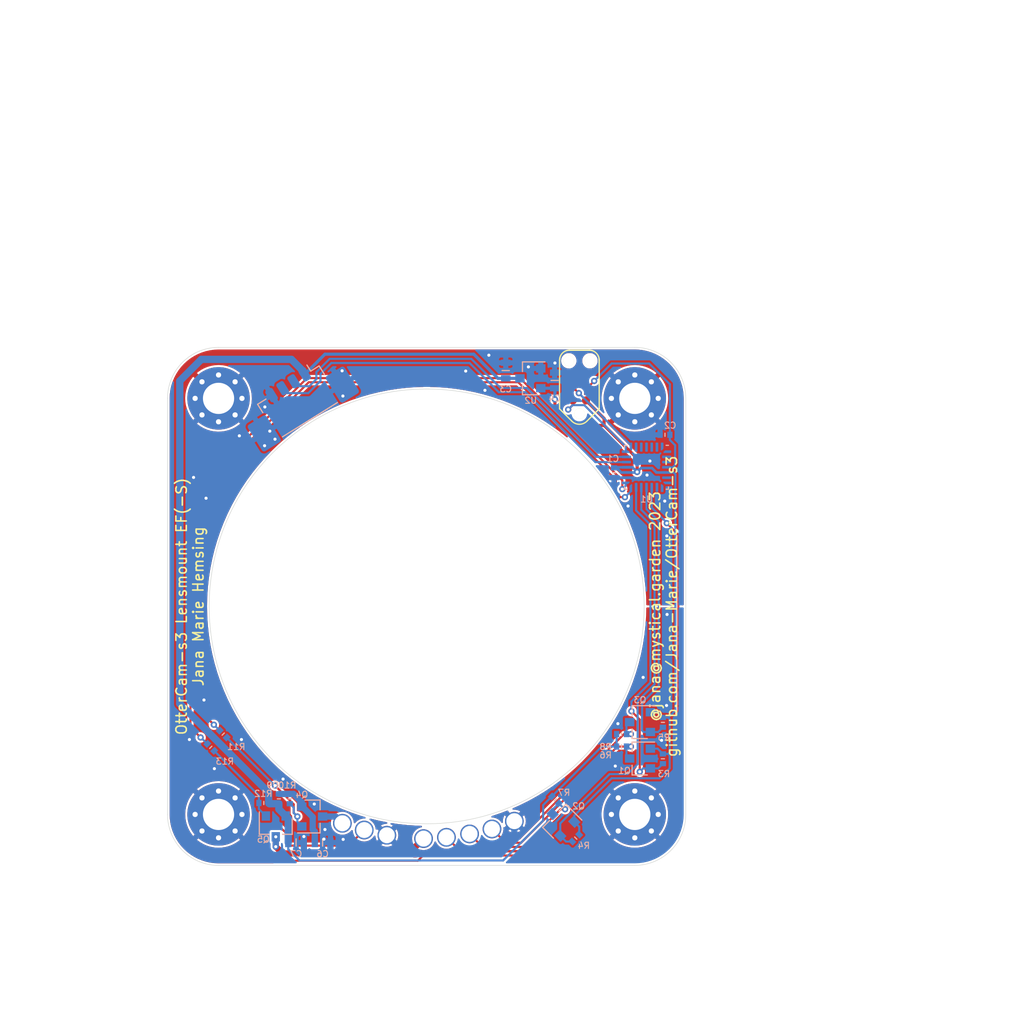
<source format=kicad_pcb>
(kicad_pcb (version 20211014) (generator pcbnew)
  (layers (0 "F.Cu" signal) (31 "B.Cu" signal) (34 "B.Paste" user) (35 "F.Paste" user) (36 "B.SilkS" user "B.Silkscreen") (37 "F.SilkS" user "F.Silkscreen") (38 "B.Mask" user) (39 "F.Mask" user) (44 "Edge.Cuts" user))
  (net 0 "")
  (net 1 "+BATT")
  (net 2 "GND")
  (net 3 "+3V3")
  (net 4 "NRST")
  (net 5 "VBUS")
  (net 6 "DOUT_5V")
  (net 7 "DIN_5V")
  (net 8 "DCLK_5V")
  (net 9 "Net-(P1-Pad6)")
  (net 10 "SWCLK")
  (net 11 "SWDIO")
  (net 12 "DIN_3V3")
  (net 13 "DOUT_3V3")
  (net 14 "DCLK_3V3")
  (net 15 "Net-(J1-Pad1)")
  (net 16 "DETECT")
  (net 17 "Net-(J4-Pad1)")
  (net 18 "Net-(Q4-Pad1)")
  (net 19 "Net-(Q5-Pad1)")
  (net 20 "EN_VBAT")
  (net 21 "EN_VBUS")
  (net 22 "Net-(U1-Pad28)")
  (net 23 "Net-(U1-Pad27)")
  (net 24 "Net-(U1-Pad26)")
  (net 25 "Net-(U1-Pad25)")
  (net 26 "Net-(U1-Pad24)")
  (net 27 "Net-(U1-Pad23)")
  (net 28 "Net-(U1-Pad7)")
  (net 29 "Net-(U1-Pad6)")
  (net 30 "Net-(U1-Pad3)")
  (net 31 "Net-(U1-Pad2)")
  (net 32 "Net-(U1-Pad1)")
  (net 33 "SCK")
  (net 34 "SDA")
  (net 35 "Net-(U1-Pad9)")
  (net 36 "Net-(U1-Pad8)")
  (footprint "otter:canon_lens" (layer "F.Cu") (at 100 100)
    (fp_text reference "G***" hide)
    (fp_text value "LOGO" hide)
  )
  (footprint "otter:PH-MVF-5365" (layer "F.Cu") (at 91.9 120.85)
    (fp_text reference "J1" hide)
    (fp_text value "VBAT" hide)
  )
  (footprint "otter:PH-MVF-5365" (layer "F.Cu") (at 94 121.5)
    (fp_text reference "J2" hide)
    (fp_text value "DETECT" hide)
  )
  (footprint "otter:PH-MVF-5365" (layer "F.Cu") (at 108.425 120.65)
    (fp_text reference "J8" hide)
    (fp_text value "DGND" hide)
  )
  (footprint "otter:PH-MVF-5365" (layer "F.Cu") (at 96.175 122)
    (fp_text reference "J3" hide)
    (fp_text value "AGND" hide)
  )
  (footprint "otter:PH-MVF-5365" (layer "F.Cu") (at 106.275 121.4)
    (fp_text reference "J7" hide)
    (fp_text value "DCLK" hide)
  )
  (footprint "otter:PH-MVF-5365" (layer "F.Cu") (at 99.7 122.325)
    (fp_text reference "J4" hide)
    (fp_text value "VDD" hide)
  )
  (footprint "otter:PH-MVF-5365" (layer "F.Cu") (at 104.125 121.875)
    (fp_text reference "J6" hide)
    (fp_text value "DIN" hide)
  )
  (footprint "otter:PH-MVF-5365" (layer "F.Cu") (at 101.9 122.2)
    (fp_text reference "J5" hide)
    (fp_text value "DOUT" hide)
  )
  (footprint "otter:TC2030" (layer "F.Cu") (at 114.675 78.925 90)
    (fp_text reference "P1" hide)
    (fp_text value "TC2030-CTX-Tag-Connect" hide)
  )
  (footprint "MountingHole:MountingHole_3mm_Pad_Via" (layer "F.Cu") (at 80 80)
    (fp_text reference "H1" hide)
    (fp_text value "M3")
  )
  (footprint "MountingHole:MountingHole_3mm_Pad_Via" (layer "F.Cu") (at 80 120)
    (fp_text reference "H2" hide)
    (fp_text value "M3")
  )
  (footprint "MountingHole:MountingHole_3mm_Pad_Via" (layer "F.Cu") (at 120 80)
    (fp_text reference "H3" hide)
    (fp_text value "M3")
  )
  (footprint "MountingHole:MountingHole_3mm_Pad_Via" (layer "F.Cu") (at 120 120)
    (fp_text reference "H4" hide)
    (fp_text value "M3")
  )
  (footprint "otter:C_0402" (layer "B.Cu") (at 118 87.15 -90)
    (fp_text reference "C1")
    (fp_text value "100n" hide)
  )
  (footprint "otter:C_0402" (layer "B.Cu") (at 122.9 83.5 180)
    (fp_text reference "C2")
    (fp_text value "100n" hide)
  )
  (footprint "otter:C_0603" (layer "B.Cu") (at 107.6 77.325 90)
    (fp_text reference "C3")
    (fp_text value "1u" hide)
  )
  (footprint "otter:C_0603" (layer "B.Cu") (at 112.299353 78.275 90)
    (fp_text reference "C4")
    (fp_text value "1u" hide)
  )
  (footprint "otter:C_0603" (layer "B.Cu") (at 90 122.7)
    (fp_text reference "C6")
    (fp_text value "1u" hide)
  )
  (footprint "otter:C_0603" (layer "B.Cu") (at 87.45 122.7)
    (fp_text reference "C7")
    (fp_text value "1u" hide)
  )
  (footprint "Package_TO_SOT_SMD:SOT-23" (layer "B.Cu") (at 120.5 114.625 180)
    (fp_text reference "Q1")
    (fp_text value "2N7002")
  )
  (footprint "Package_TO_SOT_SMD:SOT-23" (layer "B.Cu") (at 120.5 111.125 180)
    (fp_text reference "Q3")
    (fp_text value "2N7002")
  )
  (footprint "otter:R_0402" (layer "B.Cu") (at 122.7 114.65 -90)
    (fp_text reference "R3")
    (fp_text value "5k1" hide)
  )
  (footprint "otter:R_0402" (layer "B.Cu") (at 122.7 111.15 -90)
    (fp_text reference "R5")
    (fp_text value "5k1" hide)
  )
  (footprint "otter:R_0402" (layer "B.Cu") (at 118.725 113.475)
    (fp_text reference "R6")
    (fp_text value "5k1" hide)
  )
  (footprint "otter:R_0402" (layer "B.Cu") (at 118.725 112.275)
    (fp_text reference "R8")
    (fp_text value "5k1" hide)
  )
  (footprint "otter:R_0402" (layer "B.Cu") (at 85.8 118.5 -90)
    (fp_text reference "R9")
    (fp_text value "0" hide)
  )
  (footprint "Package_TO_SOT_SMD:SOT-23" (layer "B.Cu") (at 109.965901 78.071967 180)
    (fp_text reference "U2")
    (fp_text value "XC6206PxxxMR")
  )
  (footprint "Package_TO_SOT_SMD:SOT-23" (layer "B.Cu") (at 112.802297 120.671231 135)
    (fp_text reference "Q2")
    (fp_text value "2N7002")
  )
  (footprint "otter:R_0402" (layer "B.Cu") (at 112.360355 118.602944 -45)
    (fp_text reference "R7")
    (fp_text value "5k1" hide)
  )
  (footprint "Package_TO_SOT_SMD:SOT-23" (layer "B.Cu") (at 89 120.2)
    (fp_text reference "Q4")
    (fp_text value "AO3401A")
  )
  (footprint "Package_TO_SOT_SMD:SOT-23" (layer "B.Cu") (at 85.5 121.15 -90)
    (fp_text reference "Q5")
    (fp_text value "AO3401A")
  )
  (footprint "otter:R_0402" (layer "B.Cu") (at 86.85 118.5 -90)
    (fp_text reference "R10")
    (fp_text value "100k" hide)
  )
  (footprint "otter:R_0402" (layer "B.Cu") (at 80.45 112.275 135)
    (fp_text reference "R11")
    (fp_text value "5k1" hide)
  )
  (footprint "otter:R_0402" (layer "B.Cu") (at 84.35 118.9 180)
    (fp_text reference "R12")
    (fp_text value "100k" hide)
  )
  (footprint "otter:R_0402" (layer "B.Cu") (at 79.25 113.55 135)
    (fp_text reference "R13")
    (fp_text value "5k1" hide)
  )
  (footprint "Connector_Molex:Molex_PicoBlade_53398-0471_1x04-1MP_P1.25mm_Vertical" (layer "B.Cu") (at 87.35 79.75 -148)
    (fp_text reference "J10" hide)
    (fp_text value "Picoblade DNP")
  )
  (footprint "Package_DFN_QFN:QFN-28_4x4mm_P0.5mm" (layer "B.Cu") (at 121.125 86.625 180)
    (fp_text reference "U1")
    (fp_text value "STM32F042G6Ux")
  )
  (footprint "otter:R_0402" (layer "B.Cu") (at 114.325 122.275 -135)
    (fp_text reference "R4")
    (fp_text value "5k1" hide)
  )
  (gr_arc (start 75.1 80) (mid 76.535177 76.535177) (end 80 75.1) (layer "Edge.Cuts") (width 0.05))
  (gr_line (start 124.9 80) (end 124.9 120) (layer "Edge.Cuts") (width 0.05))
  (gr_line (start 120 124.9) (end 80 124.9) (layer "Edge.Cuts") (width 0.05))
  (gr_arc (start 124.9 120) (mid 123.464823 123.464823) (end 120 124.9) (layer "Edge.Cuts") (width 0.05))
  (gr_arc (start 80.000001 124.900001) (mid 76.535177 123.464824) (end 75.1 120) (layer "Edge.Cuts") (width 0.05))
  (gr_line (start 80 75.1) (end 120 75.1) (layer "Edge.Cuts") (width 0.05))
  (gr_circle (center 100 100) (end 120.9 100) (layer "Edge.Cuts") (width 0.05) (fill none))
  (gr_arc (start 120 75.1) (mid 123.464823 76.535177) (end 124.9 80) (layer "Edge.Cuts") (width 0.05))
  (gr_line (start 75.1 80) (end 75.1 120) (layer "Edge.Cuts") (width 0.05))
  (gr_text "@jana@mystical.garden 2023\ngithub.com/Jana-Marie/OtterCam-s3" (at 122.75 100 90) (layer "F.SilkS") (effects (font (size 1 1))))
  (gr_text "OtterCam-s3 Lensmount EF(-S)\nJana Marie Hemsing\n" (at 77.25 100 90) (layer "F.SilkS") (effects (font (size 1 1))))
  (segment (start 89.049999 121.449999) (end 89.05 120.25) (width 0.6) (layer "B.Cu") (net 1))
  (segment (start 87.205 118.03) (end 88 118.825) (width 0.6) (layer "B.Cu") (net 1))
  (segment (start 85.8 118.03) (end 86.85 118.03) (width 0.6) (layer "B.Cu") (net 1))
  (segment (start 89.05 120.25) (end 88.05 119.25) (width 0.6) (layer "B.Cu") (net 1))
  (segment (start 89.25 121.65) (end 89.049999 121.449999) (width 0.6) (layer "B.Cu") (net 1))
  (segment (start 86.85 118.03) (end 87.205 118.03) (width 0.6) (layer "B.Cu") (net 1))
  (segment (start 88.05 119.25) (end 88 119.25) (width 0.6) (layer "B.Cu") (net 1))
  (segment (start 89.25 122.7) (end 89.25 121.65) (width 0.6) (layer "B.Cu") (net 1))
  (segment (start 88 118.825) (end 88 119.25) (width 0.6) (layer "B.Cu") (net 1))
  (via (at 119.35 90.35) (size 0.6) (drill 0.3) (layers "F.Cu" "B.Cu") (net 2))
  (via (at 82 83.6) (size 0.6) (drill 0.3) (layers "F.Cu" "B.Cu") (net 2))
  (via (at 121.45 86.025) (size 0.6) (drill 0.3) (layers "F.Cu" "B.Cu") (net 2))
  (via (at 78.6 109) (size 0.6) (drill 0.3) (layers "F.Cu" "B.Cu") (net 2))
  (via (at 122.575 112.875) (size 0.6) (drill 0.3) (layers "F.Cu" "B.Cu") (net 2))
  (via (at 121.175 87.375) (size 0.6) (drill 0.3) (layers "F.Cu" "B.Cu") (net 2))
  (via (at 109.775 76.975) (size 0.6) (drill 0.3) (layers "F.Cu" "B.Cu") (net 2))
  (via (at 86.2 116.6) (size 0.6) (drill 0.3) (layers "F.Cu" "B.Cu") (net 2))
  (via (at 118.375 111.275) (size 0.6) (drill 0.3) (layers "F.Cu" "B.Cu") (net 2))
  (via (at 91.975 122.4) (size 0.6) (drill 0.3) (layers "F.Cu" "B.Cu") (net 2))
  (via (at 120.8 106.825) (size 0.6) (drill 0.3) (layers "F.Cu" "B.Cu") (net 2))
  (via (at 105.6 79.225) (size 0.6) (drill 0.3) (layers "F.Cu" "B.Cu") (net 2))
  (via (at 90.125 122.375) (size 0.6) (drill 0.3) (layers "F.Cu" "B.Cu") (net 2))
  (via (at 85.425 83.925) (size 0.6) (drill 0.3) (layers "F.Cu" "B.Cu") (net 2))
  (via (at 84.425 84.55) (size 0.6) (drill 0.3) (layers "F.Cu" "B.Cu") (net 2))
  (via (at 79.6 115.6) (size 0.6) (drill 0.3) (layers "F.Cu" "B.Cu") (net 2))
  (via (at 84.45 80.825) (size 0.6) (drill 0.3) (layers "F.Cu" "B.Cu") (net 2))
  (via (at 123.05 109.525) (size 0.6) (drill 0.3) (layers "F.Cu" "B.Cu") (net 2))
  (via (at 122.875 89.875) (size 0.6) (drill 0.3) (layers "F.Cu" "B.Cu") (net 2))
  (via (at 91.875 77.35) (size 0.6) (drill 0.3) (layers "F.Cu" "B.Cu") (net 2))
  (via (at 77.2 112.8) (size 0.6) (drill 0.3) (layers "F.Cu" "B.Cu") (net 2))
  (via (at 112.325 76.6) (size 0.6) (drill 0.3) (layers "F.Cu" "B.Cu") (net 2))
  (via (at 88.2 122.125) (size 0.6) (drill 0.3) (layers "F.Cu" "B.Cu") (net 2))
  (via (at 78.8 89.6) (size 0.6) (drill 0.3) (layers "F.Cu" "B.Cu") (net 2))
  (via (at 77.6 87.6) (size 0.6) (drill 0.3) (layers "F.Cu" "B.Cu") (net 2))
  (via (at 84.925 83.15) (size 0.6) (drill 0.3) (layers "F.Cu" "B.Cu") (net 2))
  (via (at 103.75 77.375) (size 0.6) (drill 0.3) (layers "F.Cu" "B.Cu") (net 2))
  (via (at 82.2 112.8) (size 0.6) (drill 0.3) (layers "F.Cu" "B.Cu") (net 2))
  (via (at 90.225 121.45) (size 0.6) (drill 0.3) (layers "F.Cu" "B.Cu") (net 2))
  (via (at 123.1 100.775) (size 0.6) (drill 0.3) (layers "F.Cu" "B.Cu") (net 2))
  (via (at 105.975 75.85) (size 0.6) (drill 0.3) (layers "F.Cu" "B.Cu") (net 2))
  (via (at 123.075 93.225) (size 0.6) (drill 0.3) (layers "F.Cu" "B.Cu") (net 2))
  (via (at 91.95 79.775) (size 0.6) (drill 0.3) (layers "F.Cu" "B.Cu") (net 2))
  (via (at 89.2 119) (size 0.6) (drill 0.3) (layers "F.Cu" "B.Cu") (net 2))
  (via (at 118.125 115.35) (size 0.6) (drill 0.3) (layers "F.Cu" "B.Cu") (net 2))
  (segment (start 88.2 122.125) (end 88.2 122.7) (width 0.6) (layer "B.Cu") (net 2))
  (segment (start 119.775 87.775) (end 120.775 87.775) (width 0.2) (layer "B.Cu") (net 2))
  (segment (start 97.074999 122.899999) (end 96.175 122) (width 0.6) (layer "B.Cu") (net 2))
  (segment (start 90.75 122.7) (end 90.75 122.85) (width 0.6) (layer "B.Cu") (net 2))
  (segment (start 118 87.62) (end 118 88.739956) (width 0.2) (layer "B.Cu") (net 2))
  (segment (start 108.425 121.922792) (end 106.622791 123.725001) (width 0.6) (layer "B.Cu") (net 2))
  (segment (start 119.1875 87.625) (end 118.005 87.625) (width 0.2) (layer "B.Cu") (net 2))
  (segment (start 119.625 87.625) (end 119.775 87.775) (width 0.2) (layer "B.Cu") (net 2))
  (segment (start 119.1875 87.625) (end 119.625 87.625) (width 0.2) (layer "B.Cu") (net 2))
  (segment (start 90.75 123.75) (end 90.75 122.85) (width 0.6) (layer "B.Cu") (net 2))
  (segment (start 106.622791 123.725001) (end 97.900001 123.725001) (width 0.6) (layer "B.Cu") (net 2))
  (segment (start 118 88.739956) (end 118.37377 89.37377) (width 0.2) (layer "B.Cu") (net 2))
  (segment (start 118.005 87.625) (end 118 87.62) (width 0.2) (layer "B.Cu") (net 2))
  (segment (start 96.175 122) (end 94.425 123.75) (width 0.6) (layer "B.Cu") (net 2))
  (segment (start 97.900001 123.725001) (end 97.074999 122.899999) (width 0.6) (layer "B.Cu") (net 2))
  (segment (start 94.425 123.75) (end 90.75 123.75) (width 0.6) (layer "B.Cu") (net 2))
  (segment (start 120.775 87.775) (end 121.175 87.375) (width 0.2) (layer "B.Cu") (net 2))
  (segment (start 88.2 123.75) (end 88.2 122.125) (width 0.6) (layer "B.Cu") (net 2))
  (segment (start 108.425 120.65) (end 108.425 121.922792) (width 0.6) (layer "B.Cu") (net 2))
  (segment (start 90.75 123.75) (end 88.2 123.75) (width 0.6) (layer "B.Cu") (net 2))
  (segment (start 117.05 82.6) (end 117.05 81.935) (width 0.3) (layer "F.Cu") (net 3))
  (segment (start 117.05 81.935) (end 115.31 80.195) (width 0.3) (layer "F.Cu") (net 3))
  (segment (start 117.05 82.6) (end 114.2 82.6) (width 0.3) (layer "F.Cu") (net 3))
  (segment (start 114.2 82.6) (end 112.325 80.725) (width 0.3) (layer "F.Cu") (net 3))
  (segment (start 120.225 86.650725) (end 120.225 87.074989) (width 0.3) (layer "F.Cu") (net 3))
  (segment (start 120.225 85.775) (end 120.225 86.650725) (width 0.3) (layer "F.Cu") (net 3))
  (segment (start 112.325 80.725) (end 112.325 80.1) (width 0.3) (layer "F.Cu") (net 3))
  (segment (start 117.05 82.6) (end 120.225 85.775) (width 0.3) (layer "F.Cu") (net 3))
  (via (at 120.225 87.074989) (size 0.6) (drill 0.3) (layers "F.Cu" "B.Cu") (net 3))
  (via (at 112.325 80.1) (size 0.6) (drill 0.3) (layers "F.Cu" "B.Cu") (net 3))
  (segment (start 123.35 114.03) (end 123.2 114.18) (width 0.2) (layer "B.Cu") (net 3))
  (segment (start 120.174989 87.125) (end 120.225 87.074989) (width 0.25) (layer "B.Cu") (net 3))
  (segment (start 114.181155 120.706586) (end 114.181155 120.118845) (width 0.2) (layer "B.Cu") (net 3))
  (segment (start 123.22 110.68) (end 123.9 110) (width 0.2) (layer "B.Cu") (net 3))
  (segment (start 117.775 116.525) (end 122.385002 116.525) (width 0.2) (layer "B.Cu") (net 3))
  (segment (start 123.35 115.560002) (end 123.35 114.33) (width 0.2) (layer "B.Cu") (net 3))
  (segment (start 119.1875 87.125) (end 120.174989 87.125) (width 0.25) (layer "B.Cu") (net 3))
  (segment (start 123.35 114.33) (end 123.2 114.18) (width 0.2) (layer "B.Cu") (net 3))
  (segment (start 122.7 110.68) (end 123.2 110.68) (width 0.2) (layer "B.Cu") (net 3))
  (segment (start 123.9 87.3) (end 123.725 87.125) (width 0.2) (layer "B.Cu") (net 3))
  (segment (start 118.255 86.68) (end 118 86.68) (width 0.25) (layer "B.Cu") (net 3))
  (segment (start 119.1875 87.125) (end 119.2125 87.1) (width 0.2) (layer "B.Cu") (net 3))
  (segment (start 112.325 79.050647) (end 112.299353 79.025) (width 0.3) (layer "B.Cu") (net 3))
  (segment (start 123.0625 87.125) (end 122.075 87.125) (width 0.25) (layer "B.Cu") (net 3))
  (segment (start 122.195 110.175) (end 122.7 110.68) (width 0.2) (layer "B.Cu") (net 3))
  (segment (start 121.65 86.7) (end 120.599989 86.7) (width 0.25) (layer "B.Cu") (net 3))
  (segment (start 123.725 87.125) (end 123.5 87.125) (width 0.2) (layer "B.Cu") (net 3))
  (segment (start 119.775011 86.625) (end 120.225 87.074989) (width 0.25) (layer "B.Cu") (net 3))
  (segment (start 114.65734 121.94266) (end 114.65734 121.182771) (width 0.2) (layer "B.Cu") (net 3))
  (segment (start 118.055 86.625) (end 118 86.68) (width 0.25) (layer "B.Cu") (net 3))
  (segment (start 119.1875 86.625) (end 118.055 86.625) (width 0.25) (layer "B.Cu") (net 3))
  (segment (start 123.2 110.68) (end 123.35 110.83) (width 0.2) (layer "B.Cu") (net 3))
  (segment (start 123.2 114.18) (end 122.7 114.18) (width 0.2) (layer "B.Cu") (net 3))
  (segment (start 118.7 87.125) (end 118.255 86.68) (width 0.25) (layer "B.Cu") (net 3))
  (segment (start 119.1875 87.125) (end 118.7 87.125) (width 0.25) (layer "B.Cu") (net 3))
  (segment (start 110.965901 79.021967) (end 112.29632 79.021967) (width 0.3) (layer "B.Cu") (net 3))
  (segment (start 119.1875 86.625) (end 119.775011 86.625) (width 0.25) (layer "B.Cu") (net 3))
  (segment (start 120.524999 86.77499) (end 120.225 87.074989) (width 0.25) (layer "B.Cu") (net 3))
  (segment (start 122.385002 116.525) (end 123.35 115.560002) (width 0.2) (layer "B.Cu") (net 3))
  (segment (start 114.65734 121.182771) (end 114.181155 120.706586) (width 0.2) (layer "B.Cu") (net 3))
  (segment (start 123.35 110.83) (end 123.35 114.03) (width 0.2) (layer "B.Cu") (net 3))
  (segment (start 112.325 80.1) (end 112.325 79.050647) (width 0.3) (layer "B.Cu") (net 3))
  (segment (start 123.5 87.125) (end 123.0625 87.125) (width 0.2) (layer "B.Cu") (net 3))
  (segment (start 121.5 113.675) (end 122.195 113.675) (width 0.2) (layer "B.Cu") (net 3))
  (segment (start 122.195 113.675) (end 122.7 114.18) (width 0.2) (layer "B.Cu") (net 3))
  (segment (start 122.075 87.125) (end 121.65 86.7) (width 0.25) (layer "B.Cu") (net 3))
  (segment (start 114.181155 120.118845) (end 117.775 116.525) (width 0.2) (layer "B.Cu") (net 3))
  (segment (start 112.29632 79.021967) (end 112.299353 79.025) (width 0.3) (layer "B.Cu") (net 3))
  (segment (start 123.9 110) (end 123.9 87.3) (width 0.2) (layer "B.Cu") (net 3))
  (segment (start 120.599989 86.7) (end 120.524999 86.77499) (width 0.25) (layer "B.Cu") (net 3))
  (segment (start 123.2 110.68) (end 123.22 110.68) (width 0.2) (layer "B.Cu") (net 3))
  (segment (start 121.5 110.175) (end 122.195 110.175) (width 0.2) (layer "B.Cu") (net 3))
  (segment (start 115.5 78.925) (end 116.1 78.325) (width 0.2) (layer "F.Cu") (net 4))
  (segment (start 115.31 78.925) (end 115.5 78.925) (width 0.2) (layer "F.Cu") (net 4))
  (via (at 116.1 78.325) (size 0.6) (drill 0.3) (layers "F.Cu" "B.Cu") (net 4))
  (segment (start 117.775 76.65) (end 121.375 76.65) (width 0.2) (layer "B.Cu") (net 4))
  (segment (start 123.0625 86.625) (end 123.65 86.625) (width 0.2) (layer "B.Cu") (net 4))
  (segment (start 123.37 78.645) (end 123.37 82.43) (width 0.2) (layer "B.Cu") (net 4))
  (segment (start 121.375 76.65) (end 123.37 78.645) (width 0.2) (layer "B.Cu") (net 4))
  (segment (start 116.1 78.325) (end 117.775 76.65) (width 0.2) (layer "B.Cu") (net 4))
  (segment (start 123.65 86.625) (end 123.875 86.4) (width 0.2) (layer "B.Cu") (net 4))
  (segment (start 123.875 84.505) (end 123.37 84) (width 0.2) (layer "B.Cu") (net 4))
  (segment (start 123.875 86.4) (end 123.875 84.505) (width 0.2) (layer "B.Cu") (net 4))
  (segment (start 123.37 82.43) (end 123.37 83.5) (width 0.2) (layer "B.Cu") (net 4))
  (segment (start 123.37 84) (end 123.37 83.5) (width 0.2) (layer "B.Cu") (net 4))
  (segment (start 90.224054 75.749978) (end 104.524978 75.749978) (width 0.3) (layer "B.Cu") (net 5))
  (segment (start 78.35 76.25) (end 76.274992 78.325008) (width 0.7) (layer "B.Cu") (net 5))
  (segment (start 85.8 118.97) (end 84.89 118.97) (width 0.7) (layer "B.Cu") (net 5))
  (segment (start 108.962868 78.075) (end 108.965901 78.071967) (width 0.3) (layer "B.Cu") (net 5))
  (segment (start 104.524978 75.749978) (end 106.85 78.075) (width 0.3) (layer "B.Cu") (net 5))
  (segment (start 76.274992 78.325008) (end 76.274992 109.349992) (width 0.7) (layer "B.Cu") (net 5))
  (segment (start 85.8 119.5) (end 85.8 118.97) (width 0.7) (layer "B.Cu") (net 5))
  (segment (start 86.45 120.15) (end 85.8 119.5) (width 0.7) (layer "B.Cu") (net 5))
  (segment (start 107.6 78.075) (end 108.962868 78.075) (width 0.3) (layer "B.Cu") (net 5))
  (segment (start 76.274992 109.349992) (end 84.82 117.895) (width 0.7) (layer "B.Cu") (net 5))
  (segment (start 118.255 112.275) (end 118.255 113.475) (width 0.2) (layer "B.Cu") (net 5))
  (segment (start 86.7 123.35) (end 86.7 122.7) (width 0.2) (layer "B.Cu") (net 5))
  (segment (start 112.028015 118.270604) (end 111.194139 119.10448) (width 0.2) (layer "B.Cu") (net 5))
  (segment (start 116.823619 113.475) (end 118.255 113.475) (width 0.2) (layer "B.Cu") (net 5))
  (segment (start 112.028015 118.270604) (end 116.823619 113.475) (width 0.2) (layer "B.Cu") (net 5))
  (segment (start 86.7 122.7) (end 86.7 120.4) (width 0.7) (layer "B.Cu") (net 5))
  (segment (start 88.277691 77.696341) (end 88.1 77.51865) (width 0.7) (layer "B.Cu") (net 5))
  (segment (start 111.194139 120.580861) (end 107.35 124.425) (width 0.2) (layer "B.Cu") (net 5))
  (segment (start 84.82 117.895) (end 84.82 118.9) (width 0.7) (layer "B.Cu") (net 5))
  (segment (start 84.89 118.97) (end 84.82 118.9) (width 0.7) (layer "B.Cu") (net 5))
  (segment (start 87.775 124.425) (end 86.7 123.35) (width 0.2) (layer "B.Cu") (net 5))
  (segment (start 88.1 77.51865) (end 88.1 77.35) (width 0.7) (layer "B.Cu") (net 5))
  (segment (start 111.194139 119.10448) (end 111.194139 120.580861) (width 0.2) (layer "B.Cu") (net 5))
  (segment (start 87 76.25) (end 78.35 76.25) (width 0.7) (layer "B.Cu") (net 5))
  (segment (start 107.35 124.425) (end 87.775 124.425) (width 0.2) (layer "B.Cu") (net 5))
  (segment (start 88.277691 77.696341) (end 90.224054 75.749978) (width 0.3) (layer "B.Cu") (net 5))
  (segment (start 86.7 120.4) (end 86.45 120.15) (width 0.7) (layer "B.Cu") (net 5))
  (segment (start 88.1 77.35) (end 87 76.25) (width 0.7) (layer "B.Cu") (net 5))
  (segment (start 106.85 78.075) (end 107.6 78.075) (width 0.3) (layer "B.Cu") (net 5))
  (segment (start 102.825 123.125) (end 109.25 123.125) (width 0.2) (layer "F.Cu") (net 6))
  (segment (start 109.25 123.125) (end 112.875 119.5) (width 0.2) (layer "F.Cu") (net 6))
  (segment (start 101.9 122.2) (end 102.825 123.125) (width 0.2) (layer "F.Cu") (net 6))
  (segment (start 112.875 119.5) (end 113.3 119.5) (width 0.2) (layer "F.Cu") (net 6))
  (via (at 113.3 119.5) (size 0.6) (drill 0.3) (layers "F.Cu" "B.Cu") (net 6))
  (segment (start 112.692695 118.935284) (end 113.257411 119.5) (width 0.2) (layer "B.Cu") (net 6))
  (segment (start 112.09519 119.964124) (end 112.09519 119.532789) (width 0.2) (layer "B.Cu") (net 6))
  (segment (start 112.09519 119.532789) (end 112.692695 118.935284) (width 0.2) (layer "B.Cu") (net 6))
  (segment (start 113.257411 119.5) (end 113.3 119.5) (width 0.2) (layer "B.Cu") (net 6))
  (segment (start 118.325 113.475) (end 119.200736 113.475) (width 0.2) (layer "F.Cu") (net 7))
  (segment (start 104.974989 122.724989) (end 109.075011 122.724989) (width 0.2) (layer "F.Cu") (net 7))
  (segment (start 109.075011 122.724989) (end 118.325 113.475) (width 0.2) (layer "F.Cu") (net 7))
  (segment (start 104.125 121.875) (end 104.974989 122.724989) (width 0.2) (layer "F.Cu") (net 7))
  (segment (start 119.200736 113.475) (end 119.625 113.475) (width 0.2) (layer "F.Cu") (net 7))
  (via (at 119.625 113.475) (size 0.6) (drill 0.3) (layers "F.Cu" "B.Cu") (net 7))
  (segment (start 119.195 113.475) (end 119.195 114.32) (width 0.2) (layer "B.Cu") (net 7))
  (segment (start 119.195 114.32) (end 119.5 114.625) (width 0.2) (layer "B.Cu") (net 7))
  (segment (start 119.195 113.475) (end 119.625 113.475) (width 0.2) (layer "B.Cu") (net 7))
  (segment (start 108.934301 122.299999) (end 118.9593 112.275) (width 0.2) (layer "F.Cu") (net 8))
  (segment (start 107.174999 122.299999) (end 108.934301 122.299999) (width 0.2) (layer "F.Cu") (net 8))
  (segment (start 118.9593 112.275) (end 119.200736 112.275) (width 0.2) (layer "F.Cu") (net 8))
  (segment (start 106.275 121.4) (end 107.174999 122.299999) (width 0.2) (layer "F.Cu") (net 8))
  (segment (start 119.200736 112.275) (end 119.625 112.275) (width 0.2) (layer "F.Cu") (net 8))
  (via (at 119.625 112.275) (size 0.6) (drill 0.3) (layers "F.Cu" "B.Cu") (net 8))
  (segment (start 119.195 112.275) (end 119.625 112.275) (width 0.2) (layer "B.Cu") (net 8))
  (segment (start 119.195 111.43) (end 119.5 111.125) (width 0.2) (layer "B.Cu") (net 8))
  (segment (start 119.195 112.275) (end 119.195 111.43) (width 0.2) (layer "B.Cu") (net 8))
  (segment (start 114.624415 79.496321) (end 114.611321 79.496321) (width 0.2) (layer "F.Cu") (net 10))
  (segment (start 114.611321 79.496321) (end 114.04 78.925) (width 0.2) (layer "F.Cu") (net 10))
  (via (at 114.624415 79.496321) (size 0.6) (drill 0.3) (layers "F.Cu" "B.Cu") (net 10))
  (segment (start 119.625 84.5) (end 114.624415 79.499415) (width 0.2) (layer "B.Cu") (net 10))
  (segment (start 114.624415 79.499415) (end 114.624415 79.496321) (width 0.2) (layer "B.Cu") (net 10))
  (segment (start 119.625 84.6275) (end 119.625 84.5) (width 0.2) (layer "B.Cu") (net 10))
  (segment (start 114.04 80.635) (end 114.04 80.195) (width 0.2) (layer "F.Cu") (net 11))
  (segment (start 113.6 81.075) (end 114.04 80.635) (width 0.2) (layer "F.Cu") (net 11))
  (via (at 113.6 81.075) (size 0.6) (drill 0.3) (layers "F.Cu" "B.Cu") (net 11))
  (segment (start 115.15 80.65) (end 114.025 80.65) (width 0.2) (layer "B.Cu") (net 11))
  (segment (start 119.1275 84.6275) (end 115.15 80.65) (width 0.2) (layer "B.Cu") (net 11))
  (segment (start 119.1275 85.125) (end 119.1275 84.6275) (width 0.2) (layer "B.Cu") (net 11))
  (segment (start 114.025 80.65) (end 113.6 81.075) (width 0.2) (layer "B.Cu") (net 11))
  (segment (start 120.475 115.475736) (end 120.475 115.9) (width 0.2) (layer "F.Cu") (net 12))
  (segment (start 119.67499 110.075) (end 120.475 110.87501) (width 0.2) (layer "F.Cu") (net 12))
  (segment (start 120.475 110.87501) (end 120.475 115.475736) (width 0.2) (layer "F.Cu") (net 12))
  (via (at 120.475 115.9) (size 0.6) (drill 0.3) (layers "F.Cu" "B.Cu") (net 12))
  (via (at 119.67499 110.075) (size 0.6) (drill 0.3) (layers "F.Cu" "B.Cu") (net 12))
  (segment (start 120.125 88.5625) (end 120.125 90.775) (width 0.2) (layer "B.Cu") (net 12))
  (segment (start 121.5 115.575) (end 120.8 115.575) (width 0.2) (layer "B.Cu") (net 12))
  (segment (start 119.67499 109.650736) (end 119.67499 110.075) (width 0.2) (layer "B.Cu") (net 12))
  (segment (start 121.5 92.15) (end 121.5 107.3186) (width 0.2) (layer "B.Cu") (net 12))
  (segment (start 120.125 90.775) (end 121.5 92.15) (width 0.2) (layer "B.Cu") (net 12))
  (segment (start 121.5 115.575) (end 122.245 115.575) (width 0.2) (layer "B.Cu") (net 12))
  (segment (start 120.8 115.575) (end 120.475 115.9) (width 0.2) (layer "B.Cu") (net 12))
  (segment (start 121.5 107.3186) (end 119.67499 109.14361) (width 0.2) (layer "B.Cu") (net 12))
  (segment (start 122.245 115.575) (end 122.7 115.12) (width 0.2) (layer "B.Cu") (net 12))
  (segment (start 119.67499 109.14361) (end 119.67499 109.650736) (width 0.2) (layer "B.Cu") (net 12))
  (segment (start 117.575 116.125) (end 119.305998 116.125) (width 0.2) (layer "B.Cu") (net 13))
  (segment (start 121.900011 107.484289) (end 121.900011 91.984311) (width 0.2) (layer "B.Cu") (net 13))
  (segment (start 112.837652 120.862348) (end 117.575 116.125) (width 0.2) (layer "B.Cu") (net 13))
  (segment (start 121.900011 91.984311) (end 120.625 90.7093) (width 0.2) (layer "B.Cu") (net 13))
  (segment (start 113.99266 122.60734) (end 113.394903 122.60734) (width 0.2) (layer "B.Cu") (net 13))
  (segment (start 120.275 115.155998) (end 120.275 109.1093) (width 0.2) (layer "B.Cu") (net 13))
  (segment (start 119.305998 116.125) (end 120.275 115.155998) (width 0.2) (layer "B.Cu") (net 13))
  (segment (start 120.275 109.1093) (end 121.900011 107.484289) (width 0.2) (layer "B.Cu") (net 13))
  (segment (start 112.837652 122.050089) (end 112.837652 120.862348) (width 0.2) (layer "B.Cu") (net 13))
  (segment (start 120.625 90.7093) (end 120.625 89) (width 0.2) (layer "B.Cu") (net 13))
  (segment (start 120.625 89) (end 120.625 88.5625) (width 0.2) (layer "B.Cu") (net 13))
  (segment (start 113.394903 122.60734) (end 112.837652 122.050089) (width 0.2) (layer "B.Cu") (net 13))
  (segment (start 122.300022 91.818622) (end 122.300022 107.649978) (width 0.2) (layer "B.Cu") (net 14))
  (segment (start 121.125 90.6436) (end 122.300022 91.818622) (width 0.2) (layer "B.Cu") (net 14))
  (segment (start 121.125 88.5625) (end 121.125 90.6436) (width 0.2) (layer "B.Cu") (net 14))
  (segment (start 122.300022 107.649978) (end 120.7 109.25) (width 0.2) (layer "B.Cu") (net 14))
  (segment (start 120.85 112.075) (end 121.5 112.075) (width 0.2) (layer "B.Cu") (net 14))
  (segment (start 120.7 111.925) (end 120.85 112.075) (width 0.2) (layer "B.Cu") (net 14))
  (segment (start 121.5 112.075) (end 122.245 112.075) (width 0.2) (layer "B.Cu") (net 14))
  (segment (start 122.245 112.075) (end 122.7 111.62) (width 0.2) (layer "B.Cu") (net 14))
  (segment (start 120.7 109.25) (end 120.7 111.925) (width 0.2) (layer "B.Cu") (net 14))
  (segment (start 91.25 120.2) (end 91.9 120.85) (width 0.6) (layer "B.Cu") (net 15))
  (segment (start 90 120.2) (end 91.25 120.2) (width 0.6) (layer "B.Cu") (net 15))
  (segment (start 86.6 121.9) (end 86.6 122.65) (width 0.2) (layer "F.Cu") (net 16))
  (segment (start 124.190566 121.159434) (end 121.4 123.95) (width 0.2) (layer "F.Cu") (net 16))
  (segment (start 121.4 123.95) (end 99.65 123.95) (width 0.2) (layer "F.Cu") (net 16))
  (segment (start 84.5 123.35) (end 84.5 121.725) (width 0.2) (layer "F.Cu") (net 16))
  (segment (start 84.5 121.725) (end 85 121.225) (width 0.2) (layer "F.Cu") (net 16))
  (segment (start 99.15 124.45) (end 85.6 124.45) (width 0.2) (layer "F.Cu") (net 16))
  (segment (start 85.6 124.45) (end 84.5 123.35) (width 0.2) (layer "F.Cu") (net 16))
  (segment (start 92.5 123) (end 94 121.5) (width 0.2) (layer "F.Cu") (net 16))
  (segment (start 124.190566 93.115566) (end 124.190566 121.159434) (width 0.2) (layer "F.Cu") (net 16))
  (segment (start 85.925 121.225) (end 86.6 121.9) (width 0.2) (layer "F.Cu") (net 16))
  (segment (start 123.075 92) (end 124.190566 93.115566) (width 0.2) (layer "F.Cu") (net 16))
  (segment (start 86.6 122.65) (end 86.95 123) (width 0.2) (layer "F.Cu") (net 16))
  (segment (start 86.95 123) (end 92.5 123) (width 0.2) (layer "F.Cu") (net 16))
  (segment (start 85 121.225) (end 85.925 121.225) (width 0.2) (layer "F.Cu") (net 16))
  (segment (start 99.65 123.95) (end 99.15 124.45) (width 0.2) (layer "F.Cu") (net 16))
  (via (at 123.075 92) (size 0.6) (drill 0.3) (layers "F.Cu" "B.Cu") (net 16))
  (segment (start 123.075 91.95) (end 123.075 92) (width 0.2) (layer "B.Cu") (net 16))
  (segment (start 121.625 88.5625) (end 121.625 90.5) (width 0.2) (layer "B.Cu") (net 16))
  (segment (start 121.625 90.5) (end 123.075 91.95) (width 0.2) (layer "B.Cu") (net 16))
  (segment (start 85.799999 123.399999) (end 85.5 123.1) (width 0.6) (layer "F.Cu") (net 17))
  (segment (start 99.7 122.325) (end 98.275 123.75) (width 0.6) (layer "F.Cu") (net 17))
  (segment (start 98.275 123.75) (end 86.15 123.75) (width 0.6) (layer "F.Cu") (net 17))
  (segment (start 86.15 123.75) (end 85.799999 123.399999) (width 0.6) (layer "F.Cu") (net 17))
  (segment (start 85.5 123.1) (end 85.5 122.15) (width 0.6) (layer "F.Cu") (net 17))
  (via (at 85.5 122.15) (size 0.6) (drill 0.3) (layers "F.Cu" "B.Cu") (net 17))
  (via (at 85.5 123.1) (size 0.6) (drill 0.3) (layers "F.Cu" "B.Cu") (net 17))
  (segment (start 85.5 122.15) (end 85.5 123.1) (width 0.6) (layer "B.Cu") (net 17))
  (segment (start 87.575 120.2) (end 87.225 119.85) (width 0.2) (layer "F.Cu") (net 18))
  (segment (start 87.225 119.85) (end 87.225 119.024994) (width 0.2) (layer "F.Cu") (net 18))
  (segment (start 87.225 119.024994) (end 85.425003 117.224997) (width 0.2) (layer "F.Cu") (net 18))
  (via (at 85.425003 117.224997) (size 0.6) (drill 0.3) (layers "F.Cu" "B.Cu") (net 18))
  (via (at 87.575 120.2) (size 0.6) (drill 0.3) (layers "F.Cu" "B.Cu") (net 18))
  (segment (start 80.78234 112.60734) (end 85.399997 117.224997) (width 0.2) (layer "B.Cu") (net 18))
  (segment (start 86.85 118.97) (end 87.225 119.345) (width 0.2) (layer "B.Cu") (net 18))
  (segment (start 85.399997 117.224997) (end 85.425003 117.224997) (width 0.2) (layer "B.Cu") (net 18))
  (segment (start 87.575 120.725) (end 88 121.15) (width 0.2) (layer "B.Cu") (net 18))
  (segment (start 87.225 119.85) (end 87.275001 119.900001) (width 0.2) (layer "B.Cu") (net 18))
  (segment (start 87.225 119.345) (end 87.225 119.85) (width 0.2) (layer "B.Cu") (net 18))
  (segment (start 87.275001 119.900001) (end 87.575 120.2) (width 0.2) (layer "B.Cu") (net 18))
  (segment (start 87.575 120.2) (end 87.575 120.725) (width 0.2) (layer "B.Cu") (net 18))
  (segment (start 83.88 119.48) (end 83.88 118.9) (width 0.2) (layer "B.Cu") (net 19))
  (segment (start 79.58234 113.88234) (end 83.88 118.18) (width 0.2) (layer "B.Cu") (net 19))
  (segment (start 83.88 118.18) (end 83.88 118.9) (width 0.2) (layer "B.Cu") (net 19))
  (segment (start 84.55 120.15) (end 83.88 119.48) (width 0.2) (layer "B.Cu") (net 19))
  (segment (start 118.193045 87.843045) (end 108.800011 78.450011) (width 0.2) (layer "F.Cu") (net 20))
  (segment (start 118.193045 89.067309) (end 118.193045 87.843045) (width 0.2) (layer "F.Cu") (net 20))
  (segment (start 88.665689 78.450011) (end 77.700011 89.415689) (width 0.2) (layer "F.Cu") (net 20))
  (segment (start 79.250001 111.075001) (end 79.55 111.375) (width 0.2) (layer "F.Cu") (net 20))
  (segment (start 118.625736 89.5) (end 118.193045 89.067309) (width 0.2) (layer "F.Cu") (net 20))
  (segment (start 77.700011 109.525011) (end 79.250001 111.075001) (width 0.2) (layer "F.Cu") (net 20))
  (segment (start 77.700011 89.415689) (end 77.700011 109.525011) (width 0.2) (layer "F.Cu") (net 20))
  (segment (start 119.05 89.5) (end 118.625736 89.5) (width 0.2) (layer "F.Cu") (net 20))
  (segment (start 108.800011 78.450011) (end 88.665689 78.450011) (width 0.2) (layer "F.Cu") (net 20))
  (via (at 119.05 89.5) (size 0.6) (drill 0.3) (layers "F.Cu" "B.Cu") (net 20))
  (via (at 79.55 111.375) (size 0.6) (drill 0.3) (layers "F.Cu" "B.Cu") (net 20))
  (segment (start 119.625 88.925) (end 119.05 89.5) (width 0.2) (layer "B.Cu") (net 20))
  (segment (start 119.625 88.6225) (end 119.625 88.925) (width 0.2) (layer "B.Cu") (net 20))
  (segment (start 79.55 111.375) (end 80.11766 111.94266) (width 0.2) (layer "B.Cu") (net 20))
  (segment (start 88.5 78.05) (end 77.3 89.25) (width 0.2) (layer "F.Cu") (net 21))
  (segment (start 77.3 89.25) (end 77.3 111.625) (width 0.2) (layer "F.Cu") (net 21))
  (segment (start 118.8 87.8843) (end 108.9657 78.05) (width 0.2) (layer "F.Cu") (net 21))
  (segment (start 108.9657 78.05) (end 88.5 78.05) (width 0.2) (layer "F.Cu") (net 21))
  (segment (start 118.8 88.725) (end 118.8 87.8843) (width 0.2) (layer "F.Cu") (net 21))
  (segment (start 77.975001 112.300001) (end 78.275 112.6) (width 0.2) (layer "F.Cu") (net 21))
  (segment (start 77.3 111.625) (end 77.975001 112.300001) (width 0.2) (layer "F.Cu") (net 21))
  (via (at 78.275 112.6) (size 0.6) (drill 0.3) (layers "F.Cu" "B.Cu") (net 21))
  (via (at 118.8 88.725) (size 0.6) (drill 0.3) (layers "F.Cu" "B.Cu") (net 21))
  (segment (start 78.275 112.6) (end 78.3 112.6) (width 0.2) (layer "B.Cu") (net 21))
  (segment (start 119.1275 88.3975) (end 118.8 88.725) (width 0.2) (layer "B.Cu") (net 21))
  (segment (start 119.1275 88.125) (end 119.1275 88.3975) (width 0.2) (layer "B.Cu") (net 21))
  (segment (start 78.3 112.6) (end 78.91766 113.21766) (width 0.2) (layer "B.Cu") (net 21))
  (segment (start 88.622852 79.492848) (end 86.62928 79.492848) (width 0.2) (layer "B.Cu") (net 33))
  (segment (start 89.800011 78.315689) (end 88.622852 79.492848) (width 0.2) (layer "B.Cu") (net 33))
  (segment (start 104.125 76.6) (end 90.8407 76.6) (width 0.2) (layer "B.Cu") (net 33))
  (segment (start 116.206266 86.125) (end 109.481266 79.4) (width 0.2) (layer "B.Cu") (net 33))
  (segment (start 86.62928 79.492848) (end 86.157571 79.021139) (width 0.2) (layer "B.Cu") (net 33))
  (segment (start 109.481266 79.4) (end 106.925 79.4) (width 0.2) (layer "B.Cu") (net 33))
  (segment (start 89.800011 77.640689) (end 89.800011 78.315689) (width 0.2) (layer "B.Cu") (net 33))
  (segment (start 90.8407 76.6) (end 89.800011 77.640689) (width 0.2) (layer "B.Cu") (net 33))
  (segment (start 119.1875 86.125) (end 116.206266 86.125) (width 0.2) (layer "B.Cu") (net 33))
  (segment (start 106.925 79.4) (end 104.125 76.6) (width 0.2) (layer "B.Cu") (net 33))
  (segment (start 90.675011 76.199989) (end 89.4 77.475) (width 0.2) (layer "B.Cu") (net 34))
  (segment (start 88.719551 78.830449) (end 87.68934 78.830449) (width 0.2) (layer "B.Cu") (net 34))
  (segment (start 89.4 77.475) (end 89.4 78.15) (width 0.2) (layer "B.Cu") (net 34))
  (segment (start 89.4 78.15) (end 88.719551 78.830449) (width 0.2) (layer "B.Cu") (net 34))
  (segment (start 104.290689 76.199989) (end 90.675011 76.199989) (width 0.2) (layer "B.Cu") (net 34))
  (segment (start 116.271966 85.625) (end 109.646966 79) (width 0.2) (layer "B.Cu") (net 34))
  (segment (start 107.0907 79) (end 104.290689 76.199989) (width 0.2) (layer "B.Cu") (net 34))
  (segment (start 119.1875 85.625) (end 116.271966 85.625) (width 0.2) (layer "B.Cu") (net 34))
  (segment (start 109.646966 79) (end 107.0907 79) (width 0.2) (layer "B.Cu") (net 34))
  (segment (start 87.68934 78.830449) (end 87.217631 78.35874) (width 0.2) (layer "B.Cu") (net 34))
  (zone (net 2) (net_name "GND") (layer "F.Cu") (connect_pads (clearance 0.2)) (min_thickness 0.154) (fill yes (thermal_gap 0.2) (thermal_bridge_width 0.5))
    (polygon (pts (xy 157.4 101) (xy 110 139) (xy 109 138) (xy 60 138) (xy 60 135) (xy 59 135) (xy 59 90) (xy 101.3 41.7)))
  )
  (zone (net 0) (net_name "") (layers F&B.Cu) (connect_pads (clearance 0)) (min_thickness 0.254)
    (keepout (tracks allowed) (vias allowed) (pads allowed) (copperpour not_allowed) (footprints allowed))
    (fill (thermal_gap 0.508) (thermal_bridge_width 0.508))
    (polygon (pts (xy 133 100.1) (xy 120.7 100.1) (xy 120.7 99.9) (xy 133 99.9)))
  )
  (zone (net 2) (net_name "GND") (layer "B.Cu") (connect_pads (clearance 0.2)) (min_thickness 0.154) (fill yes (thermal_gap 0.2) (thermal_bridge_width 0.5))
    (polygon (pts (xy 156.3 98.7) (xy 110 139) (xy 109 138) (xy 60 138) (xy 60 135) (xy 59 135) (xy 59 90) (xy 100.8 43.5)))
  )
)
</source>
